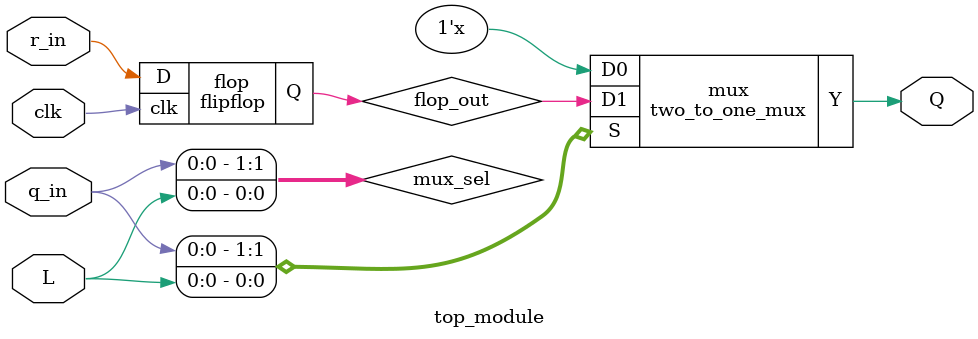
<source format=sv>
module flipflop (
	input clk,
	input D,
	output reg Q);
	
	always @(posedge clk) begin
		Q <= D;
	end
endmodule
module two_to_one_mux(
	input [1:0] S,
	input D0,
	input D1,
	output reg Y);
	
	always @(*) begin
		if (S == 2'b00)
			Y <= D0;
		else if (S == 2'b01)
			Y <= D1;
		else
			Y <= 1'bx;
	end
endmodule
module top_module(
	input clk,
	input L,
	input q_in,
	input r_in,
	output reg Q);
	
	wire [1:0] mux_sel;
	wire flop_out;
	
	assign mux_sel[0] = L;
	assign mux_sel[1] = q_in[0];
	
	flipflop flop(clk, r_in, flop_out);
	two_to_one_mux mux(mux_sel, q_in[1], flop_out, Q);
	
endmodule

</source>
